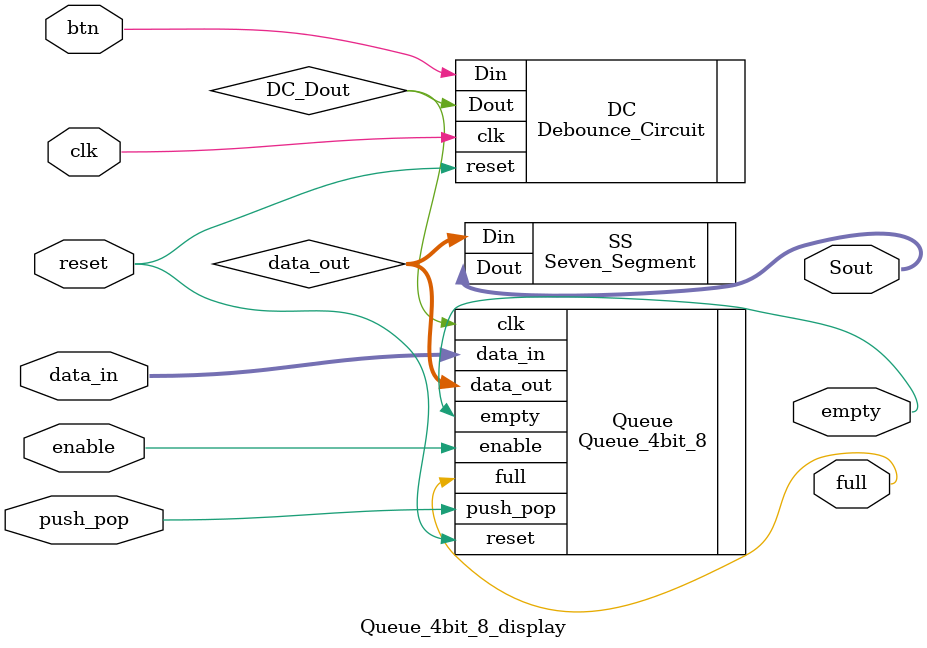
<source format=v>
module Queue_4bit_8_display(clk, btn, reset, enable, push_pop, data_in, full, empty, Sout);
input clk, btn, reset, enable, push_pop;
input[3:0] data_in;
output full, empty;
output[6:0] Sout;

wire DC_Dout;
wire[3:0] data_out;

Debounce_Circuit DC(.clk(clk), .reset(reset), .Din(btn), .Dout(DC_Dout));
Queue_4bit_8 Queue(.clk(DC_Dout), .reset(reset), .enable(enable), .push_pop(push_pop), .data_in(data_in), .full(full), .empty(empty), .data_out(data_out));
Seven_Segment SS(.Din(data_out), .Dout(Sout));

endmodule
</source>
